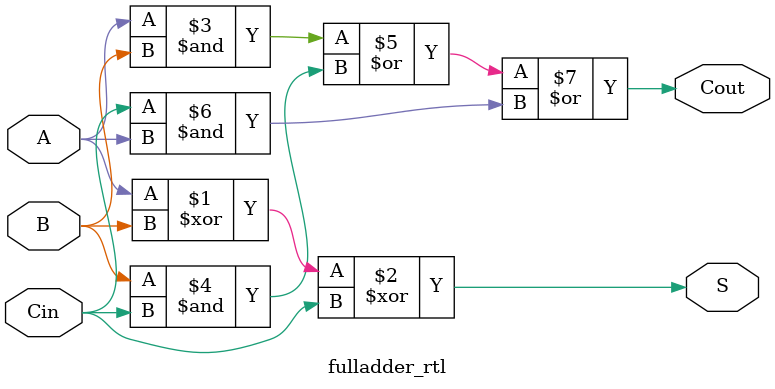
<source format=v>

module fulladder_rtl(
    input A,        // First input bit
    input B,        // Second input bit
    input Cin,      // Carry-in bit
    output Cout,    // Carry-out bit
    output S        // Sum bit
);

    // Sum Calculation
    // ----------------
    // The sum S is calculated using the XOR operation.
    // It adds the input bits A, B, and Cin.
    assign S = A ^ B ^ Cin;

    // Carry-out Calculation
    // ---------------------
    // The carry-out Cout is calculated using the following logic:
    // A carry is generated if any two of the inputs are 1.
    assign Cout = (A & B) | (B & Cin) | (Cin & A);

endmodule

</source>
